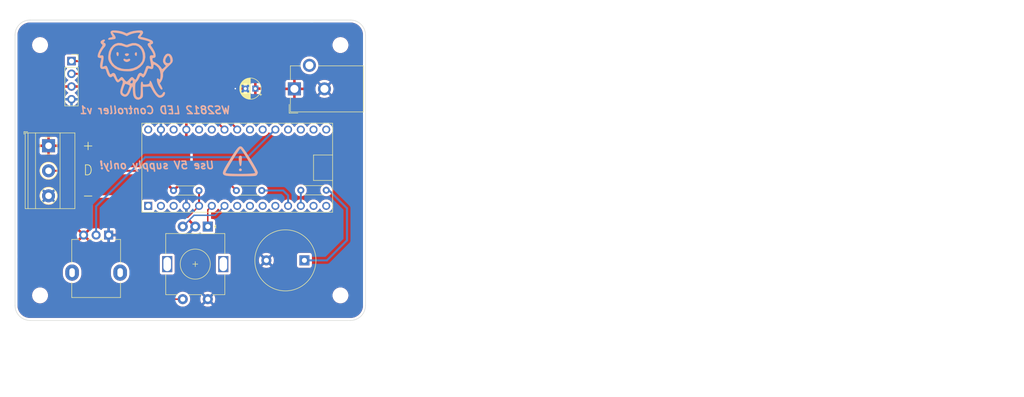
<source format=kicad_pcb>
(kicad_pcb (version 20211014) (generator pcbnew)
  (title_block (title "WS2812 LED Controller") (date "2022-12-25") (rev "A") (company "Zhangshun Lu") (comment 1 "Based on Arduino Nano"))
  (layers (0 "F.Cu" signal) (31 "B.Cu" signal) (34 "B.Paste" user) (35 "F.Paste" user) (36 "B.SilkS" user "B.Silkscreen") (37 "F.SilkS" user "F.Silkscreen") (38 "B.Mask" user) (39 "F.Mask" user) (44 "Edge.Cuts" user))
  (net 0 "")
  (net 1 "Net-(R2-Pad2)")
  (net 2 "GND")
  (net 3 "+5V")
  (net 4 "Net-(J1-Pad2)")
  (net 6 "/SDA")
  (net 7 "/SCL")
  (net 11 "/ROT_BTN")
  (net 12 "/ROT_A")
  (net 13 "/ROT_B")
  (net 18 "/LED_DAT_IN")
  (net 19 "/BUZZER+")
  (net 26 "/VOL")
  (footprint "MountingHole:MountingHole_2.2mm_M2" (layer "F.Cu") (at 131 118.8)
    (fp_text reference "REF**" hide)
    (fp_text value "MountingHole_2.2mm_M2" hide)
    (pad "" np_thru_hole circle (at 0 0) (size 2.2 2.2) (drill 2.2) (layers F&B.Cu *.Mask))
  )
  (footprint "MountingHole:MountingHole_2.2mm_M2" (layer "F.Cu") (at 131 68.8)
    (fp_text reference "REF**" hide)
    (fp_text value "MountingHole_2.2mm_M2" hide)
    (pad "" np_thru_hole circle (at 0 0) (size 2.2 2.2) (drill 2.2) (layers F&B.Cu *.Mask))
  )
  (footprint "MountingHole:MountingHole_2.2mm_M2" (layer "F.Cu") (at 71 118.8)
    (fp_text reference "REF**" hide)
    (fp_text value "MountingHole_2.2mm_M2" hide)
    (pad "" np_thru_hole circle (at 0 0) (size 2.2 2.2) (drill 2.2) (layers F&B.Cu *.Mask))
  )
  (footprint "Potentiometer_THT:Potentiometer_Alpha_RD901F-40-00D_Single_Vertical" (layer "F.Cu") (at 84.7 106.75 -90)
    (fp_text reference "RV1" hide)
    (fp_text value "Volume_Trimmer" hide)
    (fp_line (start 0.88 7.37) (end 0.88 5.88) (layer "F.SilkS") (width 0.12))
    (fp_line (start 0.88 -2.38) (end 5.6 -2.38) (layer "F.SilkS") (width 0.12))
    (fp_line (start 9.41 7.37) (end 12.47 7.37) (layer "F.SilkS") (width 0.12))
    (fp_line (start 12.47 7.37) (end 12.47 -2.37) (layer "F.SilkS") (width 0.12))
    (fp_line (start 0.88 1.71) (end 0.88 1.18) (layer "F.SilkS") (width 0.12))
    (fp_line (start 9.41 -2.37) (end 12.47 -2.37) (layer "F.SilkS") (width 0.12))
    (fp_line (start 0.88 -1.19) (end 0.88 -2.37) (layer "F.SilkS") (width 0.12))
    (fp_line (start 0.88 7.37) (end 5.6 7.37) (layer "F.SilkS") (width 0.12))
    (fp_line (start 0.88 4.16) (end 0.88 3.33) (layer "F.SilkS") (width 0.12))
    (pad "" thru_hole oval (at 7.5 -2.3) (size 2.72 3.24) (drill oval 1.1 1.8) (layers *.Cu *.Mask))
    (pad "" thru_hole oval (at 7.5 7.3) (size 2.72 3.24) (drill oval 1.1 1.8) (layers *.Cu *.Mask))
    (pad "1" thru_hole rect (at 0 0) (size 1.8 1.8) (drill 1) (layers *.Cu *.Mask) (net 2 "GND"))
    (pad "2" thru_hole circle (at 0 2.5) (size 1.8 1.8) (drill 1) (layers *.Cu *.Mask) (net 26 "/VOL"))
    (pad "3" thru_hole circle (at 0 5) (size 1.8 1.8) (drill 1) (layers *.Cu *.Mask) (net 3 "+5V"))
  )
  (footprint "Buzzer_Beeper:Buzzer_12x9.5RM7.6" (layer "F.Cu") (at 123.8 111.8 180)
    (fp_text reference "BZ1" hide)
    (fp_text value "Buzzer" hide)
    (fp_circle (center 3.8 0) (end 9.9 0) (layer "F.SilkS") (width 0.12) (fill none))
    (pad "1" thru_hole rect (at 0 0 180) (size 2 2) (drill 1) (layers *.Cu *.Mask) (net 1 "Net-(R2-Pad2)"))
    (pad "2" thru_hole circle (at 7.6 0 180) (size 2 2) (drill 1) (layers *.Cu *.Mask) (net 2 "GND"))
  )
  (footprint "Capacitor_THT:CP_Radial_D4.0mm_P2.00mm" (layer "F.Cu") (at 114 77.5 180)
    (fp_text reference "C1" hide)
    (fp_text value "470uF" hide)
    (fp_line (start 1.64 0.84) (end 1.64 1.982) (layer "F.SilkS") (width 0.12))
    (fp_line (start 2.841 -1.013) (end 2.841 1.013) (layer "F.SilkS") (width 0.12))
    (fp_line (start 2.481 0.84) (end 2.481 1.478) (layer "F.SilkS") (width 0.12))
    (fp_line (start 1.24 -2.067) (end 1.24 -0.84) (layer "F.SilkS") (width 0.12))
    (fp_line (start 1.32 0.84) (end 1.32 2.056) (layer "F.SilkS") (width 0.12))
    (fp_line (start 2.121 -1.76) (end 2.121 -0.84) (layer "F.SilkS") (width 0.12))
    (fp_line (start 1.2 -2.071) (end 1.2 -0.84) (layer "F.SilkS") (width 0.12))
    (fp_line (start 2.681 0.84) (end 2.681 1.254) (layer "F.SilkS") (width 0.12))
    (fp_line (start -1.269801 -1.195) (end -0.869801 -1.195) (layer "F.SilkS") (width 0.12))
    (fp_line (start 2.561 -1.396) (end 2.561 -0.84) (layer "F.SilkS") (width 0.12))
    (fp_line (start 1.52 0.84) (end 1.52 2.016) (layer "F.SilkS") (width 0.12))
    (fp_line (start 2.081 0.84) (end 2.081 1.785) (layer "F.SilkS") (width 0.12))
    (fp_line (start 2.801 0.84) (end 2.801 1.08) (layer "F.SilkS") (width 0.12))
    (fp_line (start 1.4 -2.042) (end 1.4 -0.84) (layer "F.SilkS") (width 0.12))
    (fp_line (start 1.921 -1.87) (end 1.921 -0.84) (layer "F.SilkS") (width 0.12))
    (fp_line (start 2.121 0.84) (end 2.121 1.76) (layer "F.SilkS") (width 0.12))
    (fp_line (start 1.881 -1.889) (end 1.881 -0.84) (layer "F.SilkS") (width 0.12))
    (fp_line (start 1.56 0.84) (end 1.56 2.005) (layer "F.SilkS") (width 0.12))
    (fp_line (start 1.961 0.84) (end 1.961 1.851) (layer "F.SilkS") (width 0.12))
    (fp_line (start 2.041 -1.808) (end 2.041 -0.84) (layer "F.SilkS") (width 0.12))
    (fp_line (start 1.721 -1.954) (end 1.721 -0.84) (layer "F.SilkS") (width 0.12))
    (fp_line (start 2.881 -0.94) (end 2.881 0.94) (layer "F.SilkS") (width 0.12))
    (fp_line (start 1.28 0.84) (end 1.28 2.062) (layer "F.SilkS") (width 0.12))
    (fp_line (start 1.881 0.84) (end 1.881 1.889) (layer "F.SilkS") (width 0.12))
    (fp_line (start 1.44 0.84) (end 1.44 2.034) (layer "F.SilkS") (width 0.12))
    (fp_line (start 2.081 -1.785) (end 2.081 -0.84) (layer "F.SilkS") (width 0.12))
    (fp_line (start 1.761 0.84) (end 1.761 1.94) (layer "F.SilkS") (width 0.12))
    (fp_line (start 1.24 0.84) (end 1.24 2.067) (layer "F.SilkS") (width 0.12))
    (fp_line (start 2.361 -1.587) (end 2.361 -0.84) (layer "F.SilkS") (width 0.12))
    (fp_line (start 1.32 -2.056) (end 1.32 -0.84) (layer "F.SilkS") (width 0.12))
    (fp_line (start 1.16 -2.074) (end 1.16 2.074) (layer "F.SilkS") (width 0.12))
    (fp_line (start 1.921 0.84) (end 1.921 1.87) (layer "F.SilkS") (width 0.12))
    (fp_line (start 2.441 -1.516) (end 2.441 -0.84) (layer "F.SilkS") (width 0.12))
    (fp_line (start 1.961 -1.851) (end 1.961 -0.84) (layer "F.SilkS") (width 0.12))
    (fp_line (start 1.12 -2.077) (end 1.12 2.077) (layer "F.SilkS") (width 0.12))
    (fp_line (start 2.641 0.84) (end 2.641 1.304) (layer "F.SilkS") (width 0.12))
    (fp_line (start 2.801 -1.08) (end 2.801 -0.84) (layer "F.SilkS") (width 0.12))
    (fp_line (start 1.68 0.84) (end 1.68 1.968) (layer "F.SilkS") (width 0.12))
    (fp_line (start 1.841 -1.907) (end 1.841 -0.84) (layer "F.SilkS") (width 0.12))
    (fp_line (start 2.321 0.84) (end 2.321 1.619) (layer "F.SilkS") (width 0.12))
    (fp_line (start 2.361 0.84) (end 2.361 1.587) (layer "F.SilkS") (width 0.12))
    (fp_line (start 2.921 -0.859) (end 2.921 0.859) (layer "F.SilkS") (width 0.12))
    (fp_line (start 1.64 -1.982) (end 1.64 -0.84) (layer "F.SilkS") (width 0.12))
    (fp_line (start 2.641 -1.304) (end 2.641 -0.84) (layer "F.SilkS") (width 0.12))
    (fp_line (start 1.48 -2.025) (end 1.48 -0.84) (layer "F.SilkS") (width 0.12))
    (fp_line (start 1.48 0.84) (end 1.48 2.025) (layer "F.SilkS") (width 0.12))
    (fp_line (start 1.721 0.84) (end 1.721 1.954) (layer "F.SilkS") (width 0.12))
    (fp_line (start 2.521 -1.438) (end 2.521 -0.84) (layer "F.SilkS") (width 0.12))
    (fp_line (start 2.681 -1.254) (end 2.681 -0.84) (layer "F.SilkS") (width 0.12))
    (fp_line (start 2.241 -1.68) (end 2.241 -0.84) (layer "F.SilkS") (width 0.12))
    (fp_line (start 1.36 -2.05) (end 1.36 -0.84) (layer "F.SilkS") (width 0.12))
    (fp_line (start 2.001 -1.83) (end 2.001 -0.84) (layer "F.SilkS") (width 0.12))
    (fp_line (start 1.2 0.84) (end 1.2 2.071) (layer "F.SilkS") (width 0.12))
    (fp_line (start 1.4 0.84) (end 1.4 2.042) (layer "F.SilkS") (width 0.12))
    (fp_line (start 1.52 -2.016) (end 1.52 -0.84) (layer "F.SilkS") (width 0.12))
    (fp_line (start 2.721 -1.2) (end 2.721 -0.84) (layer "F.SilkS") (width 0.12))
    (fp_line (start 1.6 0.84) (end 1.6 1.994) (layer "F.SilkS") (width 0.12))
    (fp_line (start 2.281 -1.65) (end 2.281 -0.84) (layer "F.SilkS") (width 0.12))
    (fp_line (start 2.721 0.84) (end 2.721 1.2) (layer "F.SilkS") (width 0.12))
    (fp_line (start 1 -2.08) (end 1 2.08) (layer "F.SilkS") (width 0.12))
    (fp_line (start 2.601 0.84) (end 2.601 1.351) (layer "F.SilkS") (width 0.12))
    (fp_line (start 1.56 -2.005) (end 1.56 -0.84) (layer "F.SilkS") (width 0.12))
    (fp_line (start 2.441 0.84) (end 2.441 1.516) (layer "F.SilkS") (width 0.12))
    (fp_line (start 2.001 0.84) (end 2.001 1.83) (layer "F.SilkS") (width 0.12))
    (fp_line (start 2.281 0.84) (end 2.281 1.65) (layer "F.SilkS") (width 0.12))
    (fp_line (start 2.201 -1.708) (end 2.201 -0.84) (layer "F.SilkS") (width 0.12))
    (fp_line (start 2.761 0.84) (end 2.761 1.142) (layer "F.SilkS") (width 0.12))
    (fp_line (start 1.68 -1.968) (end 1.68 -0.84) (layer "F.SilkS") (width 0.12))
    (fp_line (start 2.241 0.84) (end 2.241 1.68) (layer "F.SilkS") (width 0.12))
    (fp_line (start 1.36 0.84) (end 1.36 2.05) (layer "F.SilkS") (width 0.12))
    (fp_line (start 2.961 -0.768) (end 2.961 0.768) (layer "F.SilkS") (width 0.12))
    (fp_line (start 2.321 -1.619) (end 2.321 -0.84) (layer "F.SilkS") (width 0.12))
    (fp_line (start 1.761 -1.94) (end 1.761 -0.84) (layer "F.SilkS") (width 0.12))
    (fp_line (start 2.041 0.84) (end 2.041 1.808) (layer "F.SilkS") (width 0.12))
    (fp_line (start 3.041 -0.537) (end 3.041 0.537) (layer "F.SilkS") (width 0.12))
    (fp_line (start 2.521 0.84) (end 2.521 1.438) (layer "F.SilkS") (width 0.12))
    (fp_line (start 1.841 0.84) (end 1.841 1.907) (layer "F.SilkS") (width 0.12))
    (fp_line (start 1.801 -1.924) (end 1.801 -0.84) (layer "F.SilkS") (width 0.12))
    (fp_line (start 1.801 0.84) (end 1.801 1.924) (layer "F.SilkS") (width 0.12))
    (fp_line (start 1.6 -1.994) (end 1.6 -0.84) (layer "F.SilkS") (width 0.12))
    (fp_line (start 2.201 0.84) (end 2.201 1.708) (layer "F.SilkS") (width 0.12))
    (fp_line (start 2.161 -1.735) (end 2.161 -0.84) (layer "F.SilkS") (width 0.12))
    (fp_line (start 2.761 -1.142) (end 2.761 -0.84) (layer "F.SilkS") (width 0.12))
    (fp_line (start 1.44 -2.034) (end 1.44 -0.84) (layer "F.SilkS") (width 0.12))
    (fp_line (start 2.601 -1.351) (end 2.601 -0.84) (layer "F.SilkS") (width 0.12))
    (fp_line (start 1.28 -2.062) (end 1.28 -0.84) (layer "F.SilkS") (width 0.12))
    (fp_line (start -1.069801 -1.395) (end -1.069801 -0.995) (layer "F.SilkS") (width 0.12))
    (fp_line (start 2.481 -1.478) (end 2.481 -0.84) (layer "F.SilkS") (width 0.12))
    (fp_line (start 3.001 -0.664) (end 3.001 0.664) (layer "F.SilkS") (width 0.12))
    (fp_line (start 2.161 0.84) (end 2.161 1.735) (layer "F.SilkS") (width 0.12))
    (fp_line (start 1.08 -2.079) (end 1.08 2.079) (layer "F.SilkS") (width 0.12))
    (fp_line (start 3.081 -0.37) (end 3.081 0.37) (layer "F.SilkS") (width 0.12))
    (fp_line (start 1.04 -2.08) (end 1.04 2.08) (layer "F.SilkS") (width 0.12))
    (fp_line (start 2.561 0.84) (end 2.561 1.396) (layer "F.SilkS") (width 0.12))
    (fp_line (start 2.401 -1.552) (end 2.401 -0.84) (layer "F.SilkS") (width 0.12))
    (fp_line (start 2.401 0.84) (end 2.401 1.552) (layer "F.SilkS") (width 0.12))
    (fp_circle (center 1 0) (end 3.12 0) (layer "F.SilkS") (width 0.12) (fill none))
    (pad "1" thru_hole rect (at 0 0 180) (size 1.2 1.2) (drill 0.6) (layers *.Cu *.Mask) (net 3 "+5V"))
    (pad "2" thru_hole circle (at 2 0 180) (size 1.2 1.2) (drill 0.6) (layers *.Cu *.Mask) (net 2 "GND"))
  )
  (footprint "Resistor_THT:R_Axial_DIN0204_L3.6mm_D1.6mm_P5.08mm_Horizontal" (layer "F.Cu") (at 123.08 97.8)
    (fp_text reference "R2" hide)
    (fp_text value "220R" hide)
    (fp_line (start 0.62 0.92) (end 4.46 0.92) (layer "F.SilkS") (width 0.12))
    (fp_line (start 0.62 -0.92) (end 4.46 -0.92) (layer "F.SilkS") (width 0.12))
    (pad "1" thru_hole circle (at 0 0) (size 1.4 1.4) (drill 0.7) (layers *.Cu *.Mask) (net 19 "/BUZZER+"))
    (pad "2" thru_hole oval (at 5.08 0) (size 1.4 1.4) (drill 0.7) (layers *.Cu *.Mask) (net 1 "Net-(R2-Pad2)"))
  )
  (footprint "Resistor_THT:R_Axial_DIN0204_L3.6mm_D1.6mm_P5.08mm_Horizontal" (layer "F.Cu") (at 97.66 97.85)
    (fp_text reference "R3" hide)
    (fp_text value "10K" hide)
    (fp_line (start 0.62 0.92) (end 4.46 0.92) (layer "F.SilkS") (width 0.12))
    (fp_line (start 0.62 -0.92) (end 4.46 -0.92) (layer "F.SilkS") (width 0.12))
    (pad "1" thru_hole circle (at 0 0) (size 1.4 1.4) (drill 0.7) (layers *.Cu *.Mask) (net 3 "+5V"))
    (pad "2" thru_hole oval (at 5.08 0) (size 1.4 1.4) (drill 0.7) (layers *.Cu *.Mask) (net 11 "/ROT_BTN"))
  )
  (footprint "TerminalBlock_Phoenix:TerminalBlock_Phoenix_MKDS-1,5-3_1x03_P5.00mm_Horizontal" (layer "F.Cu") (at 72.695 88.91 -90)
    (fp_text reference "J1" hide)
    (fp_text value "Conn_LED" hide)
    (fp_line (start 6.07 -1.275) (end 6.035 -1.239) (layer "F.SilkS") (width 0.12))
    (fp_line (start 3.773 1.023) (end 3.726 1.069) (layer "F.SilkS") (width 0.12))
    (fp_line (start -2.56 -5.261) (end -2.56 4.66) (layer "F.SilkS") (width 0.12))
    (fp_line (start -2.56 4.1) (end 12.56 4.1) (layer "F.SilkS") (width 0.12))
    (fp_line (start 11.275 -1.069) (end 11.228 -1.023) (layer "F.SilkS") (width 0.12))
    (fp_line (start 3.966 1.239) (end 3.931 1.274) (layer "F.SilkS") (width 0.12))
    (fp_line (start 6.275 -1.069) (end 6.228 -1.023) (layer "F.SilkS") (width 0.12))
    (fp_line (start 11.07 -1.275) (end 11.035 -1.239) (layer "F.SilkS") (width 0.12))
    (fp_line (start 12.56 -5.261) (end 12.56 4.66) (layer "F.SilkS") (width 0.12))
    (fp_line (start -2.8 4.16) (end -2.8 4.9) (layer "F.SilkS") (width 0.12))
    (fp_line (start -2.56 4.66) (end 12.56 4.66) (layer "F.SilkS") (width 0.12))
    (fp_line (start -2.56 2.6) (end 12.56 2.6) (layer "F.SilkS") (width 0.12))
    (fp_line (start 8.773 1.023) (end 8.726 1.069) (layer "F.SilkS") (width 0.12))
    (fp_line (start -2.56 -2.301) (end 12.56 -2.301) (layer "F.SilkS") (width 0.12))
    (fp_line (start -2.56 -5.261) (end 12.56 -5.261) (layer "F.SilkS") (width 0.12))
    (fp_line (start 8.966 1.239) (end 8.931 1.274) (layer "F.SilkS") (width 0.12))
    (fp_line (start -2.8 4.9) (end -2.3 4.9) (layer "F.SilkS") (width 0.12))
    (fp_arc (start -0.683042 -1.535427) (mid 0.000524 -1.680501) (end 0.684 -1.535) (layer "F.SilkS") (width 0.12))
    (fp_arc (start 0.028805 1.680253) (mid -0.335551 1.646659) (end -0.684 1.535) (layer "F.SilkS") (width 0.12))
    (fp_arc (start 0.683318 1.534756) (mid 0.349292 1.643288) (end 0 1.68) (layer "F.SilkS") (width 0.12))
    (fp_arc (start 1.535427 -0.683042) (mid 1.680501 0.000524) (end 1.535 0.684) (layer "F.SilkS") (width 0.12))
    (fp_arc (start -1.535427 0.683042) (mid -1.680501 -0.000524) (end -1.535 -0.684) (layer "F.SilkS") (width 0.12))
    (fp_circle (center 5 0) (end 6.68 0) (layer "F.SilkS") (width 0.12) (fill none))
    (fp_circle (center 10 0) (end 11.68 0) (layer "F.SilkS") (width 0.12) (fill none))
    (pad "1" thru_hole rect (at 0 0 270) (size 2.6 2.6) (drill 1.3) (layers *.Cu *.Mask) (net 3 "+5V"))
    (pad "2" thru_hole circle (at 5 0 270) (size 2.6 2.6) (drill 1.3) (layers *.Cu *.Mask) (net 4 "Net-(J1-Pad2)"))
    (pad "3" thru_hole circle (at 10 0 270) (size 2.6 2.6) (drill 1.3) (layers *.Cu *.Mask) (net 2 "GND"))
  )
  (footprint "Rotary_Encoder:RotaryEncoder_Alps_EC11E-Switch_Vertical_H20mm" (layer "F.Cu") (at 104.5 105.05 -90)
    (fp_text reference "SW1" hide)
    (fp_text value "RotaryEncoder_Switch" hide)
    (fp_line (start 5.5 8.4) (end 1.4 8.4) (layer "F.SilkS") (width 0.12))
    (fp_line (start 7 2.5) (end 8 2.5) (layer "F.SilkS") (width 0.12))
    (fp_line (start 13.6 6) (end 13.6 8.4) (layer "F.SilkS") (width 0.12))
    (fp_line (start -0.3 -1.6) (end 0.3 -1.6) (layer "F.SilkS") (width 0.12))
    (fp_line (start 7.5 2) (end 7.5 3) (layer "F.SilkS") (width 0.12))
    (fp_line (start 13.6 8.4) (end 9.5 8.4) (layer "F.SilkS") (width 0.12))
    (fp_line (start 0.3 -1.6) (end 0 -1.3) (layer "F.SilkS") (width 0.12))
    (fp_line (start 13.6 -3.4) (end 13.6 -1) (layer "F.SilkS") (width 0.12))
    (fp_line (start 5.5 -3.4) (end 1.4 -3.4) (layer "F.SilkS") (width 0.12))
    (fp_line (start 0 -1.3) (end -0.3 -1.6) (layer "F.SilkS") (width 0.12))
    (fp_line (start 13.6 1.2) (end 13.6 3.8) (layer "F.SilkS") (width 0.12))
    (fp_line (start 1.4 -3.4) (end 1.4 8.4) (layer "F.SilkS") (width 0.12))
    (fp_line (start 9.5 -3.4) (end 13.6 -3.4) (layer "F.SilkS") (width 0.12))
    (fp_circle (center 7.5 2.5) (end 10.5 2.5) (layer "F.SilkS") (width 0.12) (fill none))
    (pad "A" thru_hole rect (at 0 0 270) (size 2 2) (drill 1) (layers *.Cu *.Mask) (net 12 "/ROT_A"))
    (pad "B" thru_hole circle (at 0 5 270) (size 2 2) (drill 1) (layers *.Cu *.Mask) (net 13 "/ROT_B"))
    (pad "C" thru_hole circle (at 0 2.5 270) (size 2 2) (drill 1) (layers *.Cu *.Mask) (net 2 "GND"))
    (pad "MP" thru_hole rect (at 7.5 8.1 270) (size 3.2 2) (drill oval 2.8 1.5) (layers *.Cu *.Mask))
    (pad "MP" thru_hole rect (at 7.5 -3.1 270) (size 3.2 2) (drill oval 2.8 1.5) (layers *.Cu *.Mask))
    (pad "S1" thru_hole circle (at 14.5 5 270) (size 2 2) (drill 1) (layers *.Cu *.Mask) (net 11 "/ROT_BTN"))
    (pad "S2" thru_hole circle (at 14.5 0 270) (size 2 2) (drill 1) (layers *.Cu *.Mask) (net 2 "GND"))
  )
  (footprint "MountingHole:MountingHole_2.2mm_M2" (layer "F.Cu") (at 71 68.8)
    (fp_text reference "REF**" hide)
    (fp_text value "MountingHole_2.2mm_M2" hide)
    (pad "" np_thru_hole circle (at 0 0) (size 2.2 2.2) (drill 2.2) (layers *.Cu *.Mask))
  )
  (footprint "Connector_BarrelJack:BarrelJack_CUI_PJ-102AH_Horizontal" (layer "F.Cu") (at 121.8 77.55 90)
    (fp_text reference "J2" hide)
    (fp_text value "PJ-102A" hide)
    (fp_line (start 4.6 13.8) (end -4.6 13.8) (layer "F.SilkS") (width 0.12))
    (fp_line (start 4.6 -0.8) (end 4.6 1.2) (layer "F.SilkS") (width 0.12))
    (fp_line (start -4.6 13.8) (end -4.6 -0.8) (layer "F.SilkS") (width 0.12))
    (fp_line (start 4.6 4.8) (end 4.6 13.8) (layer "F.SilkS") (width 0.12))
    (fp_line (start -4.84 -1.04) (end -3.1 -1.04) (layer "F.SilkS") (width 0.12))
    (fp_line (start -4.84 0.7) (end -4.84 -1.04) (layer "F.SilkS") (width 0.12))
    (fp_line (start -4.6 -0.8) (end -1.8 -0.8) (layer "F.SilkS") (width 0.12))
    (fp_line (start 1.8 -0.8) (end 4.6 -0.8) (layer "F.SilkS") (width 0.12))
    (pad "1" thru_hole rect (at 0 0 90) (size 2.6 2.6) (drill 1.6) (layers *.Cu *.Mask) (net 3 "+5V"))
    (pad "2" thru_hole circle (at 0 6 90) (size 2.6 2.6) (drill 1.6) (layers *.Cu *.Mask) (net 2 "GND"))
    (pad "3" thru_hole circle (at 4.7 3 90) (size 2.6 2.6) (drill 1.6) (layers *.Cu *.Mask))
  )
  (footprint "Resistor_THT:R_Axial_DIN0204_L3.6mm_D1.6mm_P5.08mm_Horizontal" (layer "F.Cu") (at 115.29 97.85 180)
    (fp_text reference "R1" hide)
    (fp_text value "220R" hide)
    (fp_line (start 0.62 0.92) (end 4.46 0.92) (layer "F.SilkS") (width 0.12))
    (fp_line (start 0.62 -0.92) (end 4.46 -0.92) (layer "F.SilkS") (width 0.12))
    (pad "1" thru_hole circle (at 0 0 180) (size 1.4 1.4) (drill 0.7) (layers *.Cu *.Mask) (net 18 "/LED_DAT_IN"))
    (pad "2" thru_hole oval (at 5.08 0 180) (size 1.4 1.4) (drill 0.7) (layers *.Cu *.Mask) (net 4 "Net-(J1-Pad2)"))
  )
  (footprint "Connector_PinSocket_2.54mm:PinSocket_1x04_P2.54mm_Vertical" (layer "F.Cu") (at 77.28 72)
    (fp_text reference "J3" hide)
    (fp_text value "Socket_OLED" hide)
    (fp_line (start 1.33 1.27) (end 1.33 8.95) (layer "F.SilkS") (width 0.12))
    (fp_line (start -1.33 8.95) (end 1.33 8.95) (layer "F.SilkS") (width 0.12))
    (fp_line (start 0 -1.33) (end 1.33 -1.33) (layer "F.SilkS") (width 0.12))
    (fp_line (start -1.33 1.27) (end 1.33 1.27) (layer "F.SilkS") (width 0.12))
    (fp_line (start 1.33 -1.33) (end 1.33 0) (layer "F.SilkS") (width 0.12))
    (fp_line (start -1.33 1.27) (end -1.33 8.95) (layer "F.SilkS") (width 0.12))
    (pad "1" thru_hole rect (at 0 0) (size 1.7 1.7) (drill 1) (layers *.Cu *.Mask) (net 6 "/SDA"))
    (pad "2" thru_hole oval (at 0 2.54) (size 1.7 1.7) (drill 1) (layers *.Cu *.Mask) (net 7 "/SCL"))
    (pad "3" thru_hole oval (at 0 5.08) (size 1.7 1.7) (drill 1) (layers *.Cu *.Mask) (net 3 "+5V"))
    (pad "4" thru_hole oval (at 0 7.62) (size 1.7 1.7) (drill 1) (layers *.Cu *.Mask) (net 2 "GND"))
  )
  (footprint "User:Arduino_Nano_Socket" (layer "F.Cu") (at 92.6 100.92 90)
    (fp_text reference "P1" hide)
    (fp_text value "Arduino_Nano_Socket" hide)
    (fp_line (start 10.16 33.02) (end 10.16 36.83) (layer "F.SilkS") (width 0.12))
    (fp_line (start 5.08 33.02) (end 10.16 33.02) (layer "F.SilkS") (width 0.12))
    (fp_line (start -1.27 36.83) (end 16.51 36.83) (layer "F.SilkS") (width 0.12))
    (fp_line (start 16.51 -1.27) (end -1.27 -1.27) (layer "F.SilkS") (width 0.12))
    (fp_line (start -1.27 -1.27) (end -1.27 36.83) (layer "F.SilkS") (width 0.12))
    (fp_line (start 5.08 36.83) (end 5.08 33.02) (layer "F.SilkS") (width 0.12))
    (fp_line (start 16.51 36.83) (end 16.51 -1.27) (layer "F.SilkS") (width 0.12))
    (pad "1" thru_hole rect (at 0 0 90) (size 1.6 1.6) (drill 1) (layers *.Cu *.Mask))
    (pad "2" thru_hole oval (at 0 2.54 90) (size 1.6 1.6) (drill 1) (layers *.Cu *.Mask))
    (pad "3" thru_hole oval (at 0 5.08 90) (size 1.6 1.6) (drill 1) (layers *.Cu *.Mask))
    (pad "4" thru_hole oval (at 0 7.62 90) (size 1.6 1.6) (drill 1) (layers *.Cu *.Mask) (net 2 "GND"))
    (pad "5" thru_hole oval (at 0 10.16 90) (size 1.6 1.6) (drill 1) (layers *.Cu *.Mask) (net 11 "/ROT_BTN"))
    (pad "6" thru_hole oval (at 0 12.7 90) (size 1.6 1.6) (drill 1) (layers *.Cu *.Mask) (net 12 "/ROT_A"))
    (pad "7" thru_hole oval (at 0 15.24 90) (size 1.6 1.6) (drill 1) (layers *.Cu *.Mask) (net 13 "/ROT_B"))
    (pad "8" thru_hole oval (at 0 17.78 90) (size 1.6 1.6) (drill 1) (layers *.Cu *.Mask))
    (pad "9" thru_hole oval (at 0 20.32 90) (size 1.6 1.6) (drill 1) (layers *.Cu *.Mask))
    (pad "10" thru_hole oval (at 0 22.86 90) (size 1.6 1.6) (drill 1) (layers *.Cu *.Mask))
    (pad "11" thru_hole oval (at 0 25.4 90) (size 1.6 1.6) (drill 1) (layers *.Cu *.Mask))
    (pad "12" thru_hole oval (at 0 27.94 90) (size 1.6 1.6) (drill 1) (layers *.Cu *.Mask) (net 18 "/LED_DAT_IN"))
    (pad "13" thru_hole oval (at 0 30.48 90) (size 1.6 1.6) (drill 1) (layers *.Cu *.Mask) (net 19 "/BUZZER+"))
    (pad "14" thru_hole oval (at 0 33.02 90) (size 1.6 1.6) (drill 1) (layers *.Cu *.Mask))
    (pad "15" thru_hole oval (at 0 35.56 90) (size 1.6 1.6) (drill 1) (layers *.Cu *.Mask))
    (pad "16" thru_hole oval (at 15.24 35.56 90) (size 1.6 1.6) (drill 1) (layers *.Cu *.Mask))
    (pad "17" thru_hole oval (at 15.24 33.02 90) (size 1.6 1.6) (drill 1) (layers *.Cu *.Mask))
    (pad "18" thru_hole oval (at 15.24 30.48 90) (size 1.6 1.6) (drill 1) (layers *.Cu *.Mask))
    (pad "19" thru_hole oval (at 15.24 27.94 90) (size 1.6 1.6) (drill 1) (layers *.Cu *.Mask))
    (pad "20" thru_hole oval (at 15.24 25.4 90) (size 1.6 1.6) (drill 1) (layers *.Cu *.Mask) (net 26 "/VOL"))
    (pad "21" thru_hole oval (at 15.24 22.86 90) (size 1.6 1.6) (drill 1) (layers *.Cu *.Mask))
    (pad "22" thru_hole oval (at 15.24 20.32 90) (size 1.6 1.6) (drill 1) (layers *.Cu *.Mask))
    (pad "23" thru_hole oval (at 15.24 17.78 90) (size 1.6 1.6) (drill 1) (layers *.Cu *.Mask) (net 6 "/SDA"))
    (pad "24" thru_hole oval (at 15.24 15.24 90) (size 1.6 1.6) (drill 1) (layers *.Cu *.Mask) (net 7 "/SCL"))
    (pad "25" thru_hole oval (at 15.24 12.7 90) (size 1.6 1.6) (drill 1) (layers *.Cu *.Mask))
    (pad "26" thru_hole oval (at 15.24 10.16 90) (size 1.6 1.6) (drill 1) (layers *.Cu *.Mask))
    (pad "27" thru_hole oval (at 15.24 7.62 90) (size 1.6 1.6) (drill 1) (layers *.Cu *.Mask) (net 3 "+5V"))
    (pad "28" thru_hole oval (at 15.24 5.08 90) (size 1.6 1.6) (drill 1) (layers *.Cu *.Mask))
    (pad "29" thru_hole oval (at 15.24 2.54 90) (size 1.6 1.6) (drill 1) (layers *.Cu *.Mask) (net 2 "GND"))
    (pad "30" thru_hole oval (at 15.24 0 90) (size 1.6 1.6) (drill 1) (layers *.Cu *.Mask))
  )
  (footprint "LOGO" (layer "B.Cu") (at 111 92 180)
    (fp_text reference "G***" hide)
    (fp_text value "LOGO" hide)
    (fp_poly (pts (xy 0.114634 -1.453905) (xy 0.180248 -1.495306) (xy 0.300501 -1.713503) (xy 0.224463 -1.916665) (xy 0 -2.001971) (xy -0.225391 -1.914659) (xy -0.291983 -1.823434) (xy -0.277977 -1.595339) (xy -0.110384 -1.44989)) (layer "B.SilkS") (width 0) (fill solid))
    (fp_poly (pts (xy 0.283506 2.869227) (xy 0.526727 2.647114) (xy 0.823145 2.282287) (xy 1.191714 1.754894) (xy 1.651386 1.04508) (xy 2.068211 0.379638) (xy 2.637766 -0.53968) (xy 3.073314 -1.275319) (xy 3.362214 -1.847736) (xy 3.491824 -2.277391) (xy 3.449505 -2.584743) (xy 3.222615 -2.79025) (xy 2.798515 -2.914372) (xy 2.164563 -2.977567) (xy 1.308119 -3.000294) (xy 0.216542 -3.003013) (xy -0.02174 -3.002956) (xy -0.982904 -3.001659) (xy -1.724853 -2.996324) (xy -2.278612 -2.984782) (xy -2.675208 -2.964866) (xy -2.945664 -2.934407) (xy -3.121006 -2.891239) (xy -3.232259 -2.833192) (xy -3.296371 -2.774138) (xy -3.46236 -2.466635) (xy -3.487427 -2.32721) (xy -2.952937 -2.32721) (xy -2.809368 -2.388559) (xy -2.458917 -2.438334) (xy -1.944681 -2.476535) (xy -1.309755 -2.503161) (xy -0.597238 -2.518212) (xy 0.149775 -2.521689) (xy 0.888187 -2.513592) (xy 1.574901 -2.493921) (xy 2.166821 -2.462675) (xy 2.620851 -2.419855) (xy 2.893893 -2.36546) (xy 2.952938 -2.32721) (xy 2.90747 -2.180266) (xy 2.748854 -1.862319) (xy 2.500076 -1.410964) (xy 2.184123 -0.863798) (xy 1.82398 -0.258414) (xy 1.442635 0.36759) (xy 1.063074 0.97662) (xy 0.708284 1.531081) (xy 0.40125 1.993376) (xy 0.16496 2.325909) (xy 0.022399 2.491087) (xy 0 2.502463) (xy -0.106955 2.400111) (xy -0.315151 2.11812) (xy -0.6016 1.694085) (xy -0.943315 1.165602) (xy -1.317312 0.570266) (xy -1.700602 -0.054328) (xy -2.0702 -0.670584) (xy -2.403119 -1.240906) (xy -2.676372 -1.727699) (xy -2.866974 -2.093367) (xy -2.951937 -2.300316) (xy -2.952937 -2.32721) (xy -3.487427 -2.32721) (xy -3.503448 -2.238096) (xy -3.436671 -2.027411) (xy -3.252467 -1.649231) (xy -2.97502 -1.142383) (xy -2.628519 -0.545692) (xy -2.23715 0.102015) (xy -1.825099 0.761913) (xy -1.416553 1.395174) (xy -1.0357 1.962974) (xy -0.706725 2.426486) (xy -0.453816 2.746883) (xy -0.316486 2.877832) (xy -0.119148 2.964733) (xy 0.074532 2.968482)) (layer "B.SilkS") (width 0) (fill solid))
    (fp_poly (pts (xy 0.103151 1.101338) (xy 0.278054 0.952411) (xy 0.295222 0.907142) (xy 0.324345 0.628379) (xy 0.308583 0.233796) (xy 0.258706 -0.199974) (xy 0.185486 -0.596298) (xy 0.099695 -0.878545) (xy 0.031347 -0.970089) (xy -0.139255 -0.921919) (xy -0.177243 -0.854987) (xy -0.231289 -0.579888) (xy -0.276194 -0.176129) (xy -0.30633 0.267386) (xy -0.316066 0.661757) (xy -0.299774 0.918081) (xy -0.291464 0.948925) (xy -0.127378 1.103074)) (layer "B.SilkS") (width 0) (fill solid))
  )
  (footprint "LOGO" (layer "B.Cu") (at 90 72.8 180)
    (fp_text reference "G***" hide)
    (fp_text value "LOGO" hide)
    (fp_poly (pts (xy -0.14699 2.56506) (xy 0.033568 2.432105) (xy 0.094361 2.193611) (xy 0.017336 1.956089) (xy -0.034543 1.901609) (xy -0.208162 1.823118) (xy -0.275403 1.843304) (xy -0.331514 2.006469) (xy -0.352777 2.26248) (xy -0.318718 2.506785) (xy -0.194678 2.571184)) (layer "B.SilkS") (width 0) (fill solid))
    (fp_poly (pts (xy -0.741619 6.927953) (xy -0.425478 6.909622) (xy 0.341768 6.817205) (xy 0.983844 6.651143) (xy 1.125259 6.595769) (xy 1.71554 6.341837) (xy 2.265792 6.585239) (xy 2.733694 6.740913) (xy 3.303403 6.85753) (xy 3.886024 6.923541) (xy 4.392664 6.927395) (xy 4.632547 6.892776) (xy 4.878853 6.74353) (xy 4.928776 6.479162) (xy 4.781214 6.115618) (xy 4.695351 5.985491) (xy 4.554862 5.754679) (xy 4.569191 5.620983) (xy 4.76746 5.545379) (xy 5.055281 5.503219) (xy 5.310102 5.390255) (xy 5.390672 5.244666) (xy 5.394563 5.121512) (xy 5.31081 5.06585) (xy 5.088286 5.066025) (xy 4.758594 5.100573) (xy 4.374565 5.153976) (xy 4.086854 5.209143) (xy 3.98223 5.242708) (xy 3.884006 5.427864) (xy 3.965807 5.73117) (xy 4.194945 6.093227) (xy 4.509335 6.505413) (xy 3.713062 6.431055) (xy 3.147848 6.338611) (xy 2.579359 6.182297) (xy 2.291384 6.070379) (xy 1.66598 5.784059) (xy 1.122702 6.059101) (xy 0.672863 6.236135) (xy 0.138085 6.374077) (xy -0.388631 6.454818) (xy -0.814286 6.460251) (xy -0.883796 6.449805) (xy -0.995347 6.40278) (xy -0.976838 6.295574) (xy -0.814087 6.07796) (xy -0.760783 6.01416) (xy -0.552236 5.702252) (xy -0.53535 5.4666) (xy -0.722792 5.287892) (xy -1.127226 5.146816) (xy -1.364064 5.094295) (xy -1.945455 4.964417) (xy -2.427853 4.830231) (xy -2.770427 4.705036) (xy -2.932344 4.602135) (xy -2.939814 4.581004) (xy -2.842215 4.486607) (xy -2.704629 4.434446) (xy -2.508868 4.291565) (xy -2.493447 4.035035) (xy -2.654773 3.697771) (xy -2.806396 3.502471) (xy -3.037145 3.198864) (xy -3.27573 2.824688) (xy -3.482059 2.450782) (xy -3.61604 2.147987) (xy -3.64537 2.020065) (xy -3.548393 1.957615) (xy -3.373635 1.96604) (xy -3.08808 1.962137) (xy -2.932861 1.803925) (xy -2.901635 1.473997) (xy -2.988062 0.954944) (xy -2.994779 0.926169) (xy -3.087895 0.491917) (xy -3.152586 0.115427) (xy -3.173261 -0.092332) (xy -3.14576 -0.279747) (xy -3.018787 -0.274841) (xy -2.947545 -0.239323) (xy -2.582862 -0.121679) (xy -2.305606 -0.18599) (xy -2.168394 -0.382176) (xy -2.081773 -0.64082) (xy -1.948142 -1.017544) (xy -1.855083 -1.272024) (xy -1.719253 -1.620212) (xy -1.622656 -1.782261) (xy -1.527893 -1.794383) (xy -1.409402 -1.703547) (xy -1.101555 -1.53227) (xy -0.819749 -1.59146) (xy -0.57234 -1.877065) (xy -0.436401 -2.175463) (xy -0.262989 -2.609001) (xy -0.124249 -2.836787) (xy 0.00845 -2.879576) (xy 0.163743 -2.758121) (xy 0.240348 -2.66598) (xy 0.471585 -2.42958) (xy 0.680726 -2.379838) (xy 0.913065 -2.524318) (xy 1.175926 -2.822223) (xy 1.418914 -3.092452) (xy 1.627562 -3.262544) (xy 1.706967 -3.292593) (xy 1.870576 -3.203547) (xy 2.079243 -2.982445) (xy 2.132392 -2.910417) (xy 2.407873 -2.549346) (xy 2.618187 -2.383164) (xy 2.808739 -2.399187) (xy 3.024927 -2.584729) (xy 3.079392 -2.645834) (xy 3.275594 -2.846908) (xy 3.407787 -2.939175) (xy 3.413532 -2.939815) (xy 3.500843 -2.841325) (xy 3.631888 -2.591919) (xy 3.698286 -2.440047) (xy 3.843218 -2.096714) (xy 3.962836 -1.826665) (xy 3.992738 -1.763889) (xy 4.191692 -1.588826) (xy 4.465799 -1.565123) (xy 4.698995 -1.699418) (xy 4.844228 -1.838742) (xy 4.963582 -1.839716) (xy 5.080695 -1.677092) (xy 5.219208 -1.325622) (xy 5.312652 -1.043988) (xy 5.462906 -0.630938) (xy 5.610576 -0.313582) (xy 5.726687 -0.152982) (xy 5.738506 -0.146585) (xy 5.95394 -0.14761) (xy 6.196306 -0.22413) (xy 6.425266 -0.312608) (xy 6.533007 -0.326562) (xy 6.530215 -0.203039) (xy 6.492523 0.096153) (xy 6.427346 0.515334) (xy 6.397454 0.691396) (xy 6.31396 1.284064) (xy 6.311759 1.678326) (xy 6.398731 1.89921) (xy 6.582756 1.971744) (xy 6.79163 1.943242) (xy 6.992076 1.917139) (xy 7.024144 2.024295) (xy 6.993932 2.141469) (xy 6.833426 2.528412) (xy 6.587155 2.969432) (xy 6.315227 3.365096) (xy 6.127003 3.575544) (xy 5.93235 3.848979) (xy 5.884094 4.135214) (xy 5.982882 4.359767) (xy 6.119516 4.435675) (xy 6.282492 4.496699) (xy 6.263664 4.596986) (xy 6.157573 4.721426) (xy 6.024979 4.949128) (xy 6.080851 5.086152) (xy 6.287626 5.106804) (xy 6.571674 5.004672) (xy 6.857435 4.773968) (xy 6.926141 4.51209) (xy 6.772304 4.255537) (xy 6.693653 4.19314) (xy 6.567014 4.092746) (xy 6.529456 3.98773) (xy 6.593135 3.821156) (xy 6.770208 3.536092) (xy 6.864567 3.392722) (xy 7.157966 2.886342) (xy 7.368785 2.398872) (xy 7.483748 1.976214) (xy 7.489578 1.664269) (xy 7.40502 1.524167) (xy 7.145365 1.431965) (xy 6.97684 1.412911) (xy 6.810194 1.386459) (xy 6.771659 1.265047) (xy 6.820845 1.028935) (xy 6.978799 0.304082) (xy 7.021606 -0.227031) (xy 6.945454 -0.577828) (xy 6.746531 -0.761731) (xy 6.421025 -0.792165) (xy 6.30843 -0.775342) (xy 6.062527 -0.742818) (xy 5.924386 -0.800575) (xy 5.830331 -1.000947) (xy 5.765796 -1.2213) (xy 5.54542 -1.842054) (xy 5.295143 -2.248769) (xy 5.021631 -2.435432) (xy 4.731552 -2.396032) (xy 4.581718 -2.28908) (xy 4.462832 -2.207593) (xy 4.360686 -2.239778) (xy 4.236709 -2.420203) (xy 4.06962 -2.748047) (xy 3.821592 -3.191685) (xy 3.601282 -3.421508) (xy 3.379277 -3.45184) (xy 3.126159 -3.297005) (xy 3.062366 -3.238547) (xy 2.845462 -3.052314) (xy 2.70635 -3.022168) (xy 2.571386 -3.123456) (xy 2.490409 -3.232953) (xy 2.468979 -3.379218) (xy 2.514237 -3.614024) (xy 2.633323 -3.989145) (xy 2.72828 -4.261043) (xy 2.923169 -4.889566) (xy 2.994943 -5.358798) (xy 2.941133 -5.711329) (xy 2.759271 -5.989751) (xy 2.620947 -6.113382) (xy 2.210126 -6.325335) (xy 1.820185 -6.30923) (xy 1.462821 -6.072016) (xy 1.14973 -5.62064) (xy 0.940718 -5.11521) (xy 0.797936 -4.721731) (xy 0.667763 -4.423825) (xy 0.578801 -4.286467) (xy 0.521431 -4.356323) (xy 0.482505 -4.612682) (xy 0.469715 -4.961348) (xy 0.44932 -5.44034) (xy 0.397412 -5.895856) (xy 0.347552 -6.140746) (xy 0.126139 -6.587321) (xy -0.21213 -6.856167) (xy -0.620224 -6.932196) (xy -1.051114 -6.800318) (xy -1.25624 -6.655302) (xy -1.414864 -6.506824) (xy -1.509771 -6.356969) (xy -1.554594 -6.145832) (xy -1.562964 -5.813514) (xy -1.550614 -5.361783) (xy -1.516374 -4.350926) (xy -2.022307 -4.349321) (xy -2.401502 -4.333048) (xy -2.716474 -4.294589) (xy -2.774313 -4.28165) (xy -2.929343 -4.278582) (xy -3.071518 -4.390469) (xy -3.240787 -4.658182) (xy -3.353713 -4.874393) (xy -3.695367 -5.465717) (xy -4.064786 -5.963265) (xy -4.426374 -6.325534) (xy -4.744537 -6.511022) (xy -4.761287 -6.515577) (xy -5.141624 -6.505002) (xy -5.526219 -6.334183) (xy -5.817031 -6.05465) (xy -5.884681 -5.925139) (xy -5.981154 -5.62225) (xy -5.963586 -5.459728) (xy -5.823551 -5.367803) (xy -5.817068 -5.365291) (xy -5.635128 -5.402204) (xy -5.528716 -5.580745) (xy -5.328092 -5.878416) (xy -5.046372 -6.031702) (xy -4.821296 -6.021052) (xy -4.563887 -5.837135) (xy -4.266768 -5.477544) (xy -3.960833 -4.990941) (xy -3.676974 -4.42599) (xy -3.462448 -3.880556) (xy -3.292563 -3.461802) (xy -3.12859 -3.198148) (xy -2.991703 -3.106726) (xy -2.903078 -3.204667) (xy -2.881018 -3.410186) (xy -2.821674 -3.641854) (xy -2.620075 -3.784101) (xy -2.240866 -3.85472) (xy -1.969675 -3.868834) (xy -1.679698 -3.859144) (xy -1.555414 -3.779092) (xy -1.52871 -3.583749) (xy -1.528703 -3.577952) (xy -1.486002 -3.35482) (xy -1.336119 -3.313086) (xy -1.322916 -3.315458) (xy -1.236012 -3.35629) (xy -1.176892 -3.464626) (xy -1.139977 -3.679254) (xy -1.11969 -4.03896) (xy -1.11045 -4.582531) (xy -1.108905 -4.80336) (xy -1.098025 -5.470721) (xy -1.066498 -5.935996) (xy -1.002712 -6.232109) (xy -0.895055 -6.391985) (xy -0.731917 -6.44855) (xy -0.53211 -6.438868) (xy -0.302534 -6.32958) (xy -0.142187 -6.057046) (xy -0.044746 -5.600818) (xy -0.003886 -4.940449) (xy -0.001733 -4.724057) (xy -0.004743 -4.208589) (xy 1.114536 -4.208589) (xy 1.119171 -4.222259) (xy 1.191663 -4.430468) (xy 1.302933 -4.769716) (xy 1.373551 -4.99127) (xy 1.586527 -5.508772) (xy 1.825599 -5.800085) (xy 2.086468 -5.862445) (xy 2.364832 -5.69309) (xy 2.403238 -5.652633) (xy 2.504334 -5.522353) (xy 2.54258 -5.381199) (xy 2.514688 -5.168042) (xy 2.417368 -4.821749) (xy 2.346294 -4.5943) (xy 2.204437 -4.193212) (xy 2.071027 -3.898302) (xy 1.971921 -3.765457) (xy 1.961652 -3.762963) (xy 1.775905 -3.800343) (xy 1.483926 -3.8917) (xy 1.445771 -3.905295) (xy 1.169793 -4.049502) (xy 1.114536 -4.208589) (xy -0.004743 -4.208589) (xy -0.004762 -4.205382) (xy -0.02522 -3.862516) (xy -0.077195 -3.636107) (xy -0.174775 -3.466803) (xy -0.274219 -3.358329) (xy 0.470371 -3.358329) (xy 0.532527 -3.589656) (xy 0.685957 -3.645371) (xy 0.906004 -3.610174) (xy 0.973818 -3.573096) (xy 0.975206 -3.435224) (xy 0.869005 -3.234054) (xy 0.718467 -3.059459) (xy 0.586841 -3.001311) (xy 0.575101 -3.006561) (xy 0.49419 -3.161872) (xy 0.470371 -3.358329) (xy -0.274219 -3.358329) (xy -0.332047 -3.29525) (xy -0.343621 -3.283658) (xy -0.607944 -2.948433) (xy -0.805594 -2.576985) (xy -0.823111 -2.528352) (xy -0.95319 -2.220688) (xy -1.085529 -2.131068) (xy -1.250927 -2.244086) (xy -1.293518 -2.293056) (xy -1.494642 -2.442533) (xy -1.603627 -2.469445) (xy -1.785076 -2.363659) (xy -2.000694 -2.07667) (xy -2.222253 -1.654033) (xy -2.415738 -1.158775) (xy -2.532105 -0.835916) (xy -2.632502 -0.692632) (xy -2.771358 -0.684099) (xy -2.927857 -0.737038) (xy -3.305569 -0.815954) (xy -3.540791 -0.709054) (xy -3.640676 -0.411959) (xy -3.64537 -0.297673) (xy -3.663869 -0.007531) (xy -3.74881 0.095572) (xy -3.944356 0.027334) (xy -4.167724 -0.112016) (xy -4.640162 -0.559273) (xy -4.941628 -1.150356) (xy -5.05538 -1.85154) (xy -5.055879 -1.901262) (xy -5.04374 -2.304515) (xy -5.011887 -2.630091) (xy -4.983156 -2.758885) (xy -4.910426 -2.881655) (xy -4.796187 -2.841617) (xy -4.681995 -2.743781) (xy -4.481719 -2.629681) (xy -4.361548 -2.69901) (xy -4.319403 -2.914837) (xy -4.3532 -3.240236) (xy -4.460859 -3.638275) (xy -4.640297 -4.072028) (xy -4.770591 -4.315451) (xy -5.01949 -4.701066) (xy -5.208311 -4.888329) (xy -5.362744 -4.897875) (xy -5.43132 -4.846272) (xy -5.454902 -4.667078) (xy -5.315645 -4.332315) (xy -5.236896 -4.192015) (xy -4.923309 -3.65692) (xy -5.174396 -3.317306) (xy -5.419076 -2.855158) (xy -5.562843 -2.317474) (xy -5.57694 -1.818708) (xy -5.566536 -1.756524) (xy -5.572781 -1.563494) (xy -5.676045 -1.329544) (xy -5.894928 -1.031419) (xy -6.24803 -0.645858) (xy -6.753949 -0.149604) (xy -7.14375 0.215737) (xy -7.429151 0.557512) (xy -7.483513 0.752159) (xy -7.02027 0.752159) (xy -6.933854 0.524216) (xy -6.691745 0.391881) (xy -6.384266 0.4006) (xy -6.126247 0.540297) (xy -6.079961 0.59916) (xy -6.015977 0.903196) (xy -6.111944 1.28551) (xy -6.340922 1.660825) (xy -6.514511 1.843626) (xy -6.640352 1.853044) (xy -6.757931 1.755745) (xy -6.925896 1.478706) (xy -7.018197 1.110195) (xy -7.02027 0.752159) (xy -7.483513 0.752159) (xy -7.525308 0.901807) (xy -7.525925 0.935472) (xy -7.454156 1.434764) (xy -7.262778 1.870689) (xy -6.98769 2.172946) (xy -6.858789 2.242006) (xy -6.458785 2.297427) (xy -6.113457 2.132201) (xy -5.812109 1.740587) (xy -5.766826 1.655684) (xy -5.558509 1.088317) (xy -5.562694 0.610485) (xy -5.779914 0.209832) (xy -5.831729 0.154802) (xy -6.136606 -0.150075) (xy -5.759526 -0.51601) (xy -5.502898 -0.733704) (xy -5.359982 -0.770814) (xy -5.323458 -0.723559) (xy -5.140064 -0.425891) (xy -4.823235 -0.078932) (xy -4.443324 0.249213) (xy -4.070683 0.490436) (xy -4.068078 0.491752) (xy -3.777901 0.639044) (xy -3.595536 0.733558) (xy -3.566734 0.749649) (xy -3.527169 0.860685) (xy -3.468007 1.079145) (xy -3.439701 1.307178) (xy -3.553635 1.403365) (xy -3.723032 1.431682) (xy -3.964612 1.500019) (xy -4.069371 1.681642) (xy -4.093147 1.843429) (xy -4.044076 2.255365) (xy -3.846545 2.772789) (xy -3.524213 3.340913) (xy -3.322248 3.628721) (xy -3.145241 3.893632) (xy -3.114839 4.045686) (xy -3.188689 4.126689) (xy -3.373831 4.219068) (xy -3.427002 4.231532) (xy -3.549615 4.32738) (xy -3.575998 4.540992) (xy -3.501623 4.773564) (xy -3.454755 4.837015) (xy -3.239067 4.980103) (xy -2.85392 5.15005) (xy -2.359943 5.325011) (xy -1.817765 5.48314) (xy -1.378124 5.585247) (xy -1.051156 5.650726) (xy -1.356912 6.051594) (xy -1.544515 6.329845) (xy -1.590514 6.525447) (xy -1.524302 6.711002) (xy -1.439387 6.837833) (xy -1.316985 6.909699) (xy -1.10257 6.936453)) (layer "B.SilkS") (width 0) (fill solid))
    (fp_poly (pts (xy 3.701434 2.547198) (xy 3.750712 2.383376) (xy 3.741016 2.213917) (xy 3.662872 1.91323) (xy 3.524773 1.781652) (xy 3.373438 1.839834) (xy 3.314164 2.006302) (xy 3.292593 2.253858) (xy 3.3335 2.50195) (xy 3.485488 2.584942) (xy 3.535229 2.587037)) (layer "B.SilkS") (width 0) (fill solid))
    (fp_poly (pts (xy 2.324484 1.219018) (xy 2.351852 1.077208) (xy 2.254512 0.873613) (xy 2.052338 0.724431) (xy 1.788229 0.618758) (xy 1.59387 0.61434) (xy 1.33495 0.704768) (xy 1.055915 0.878867) (xy 0.975482 1.077689) (xy 1.047996 1.212625) (xy 1.217922 1.283813) (xy 1.416755 1.199691) (xy 1.701838 1.116226) (xy 1.87646 1.173238) (xy 2.172669 1.284851)) (layer "B.SilkS") (width 0) (fill solid))
    (fp_poly (pts (xy 1.95851 2.29708) (xy 2.081704 2.149669) (xy 1.994799 1.935126) (xy 1.750187 1.776087) (xy 1.479392 1.849337) (xy 1.359634 1.949758) (xy 1.232302 2.159159) (xy 1.322985 2.297998) (xy 1.621263 2.351659) (xy 1.646297 2.351851)) (layer "B.SilkS") (width 0) (fill solid))
    (fp_poly (pts (xy 4.039605 4.23624) (xy 4.425385 3.968621) (xy 4.930587 3.379681) (xy 5.248358 2.659464) (xy 5.379418 1.881481) (xy 5.395284 1.418334) (xy 5.350284 1.071698) (xy 5.220929 0.725887) (xy 5.092894 0.47037) (xy 4.640837 -0.156655) (xy 4.023586 -0.673782) (xy 3.303509 -1.030519) (xy 3.195851 -1.065455) (xy 2.747766 -1.158244) (xy 2.17213 -1.21922) (xy 1.557773 -1.244772) (xy 0.993529 -1.231289) (xy 0.568229 -1.175162) (xy 0.558086 -1.172666) (xy -0.30229 -0.858449) (xy -1.004365 -0.401875) (xy -1.535279 0.172506) (xy -1.882177 0.840142) (xy -2.032198 1.576482) (xy -2.011991 1.8406) (xy -1.525069 1.8406) (xy -1.509653 1.263472) (xy -1.39152 0.789307) (xy -1.362813 0.729114) (xy -0.936191 0.156687) (xy -0.33842 -0.294015) (xy 0.393036 -0.60986) (xy 1.220712 -0.777712) (xy 2.107142 -0.78444) (xy 2.700756 -0.695401) (xy 3.482819 -0.429109) (xy 4.111049 -0.01481) (xy 4.570436 0.520067) (xy 4.845969 1.14809) (xy 4.922639 1.841831) (xy 4.785434 2.573859) (xy 4.660524 2.885907) (xy 4.308255 3.456312) (xy 3.877175 3.809325) (xy 3.355027 3.94959) (xy 2.729552 3.881748) (xy 2.348213 3.761602) (xy 1.958829 3.621129) (xy 1.704393 3.56056) (xy 1.499807 3.576781) (xy 1.259973 3.66668) (xy 1.146068 3.71763) (xy 0.470504 3.925393) (xy -0.133233 3.911681) (xy -0.656118 3.679414) (xy -1.089123 3.231516) (xy -1.26412 2.937412) (xy -1.44186 2.429107) (xy -1.525069 1.8406) (xy -2.011991 1.8406) (xy -1.972485 2.356976) (xy -1.699567 3.138023) (xy -1.283686 3.753479) (xy -0.748742 4.175908) (xy -0.123875 4.394896) (xy 0.561775 4.40003) (xy 1.252601 4.192988) (xy 1.571575 4.064901) (xy 1.789109 4.042537) (xy 2.011211 4.120813) (xy 2.076003 4.153508) (xy 2.768552 4.404062) (xy 3.429707 4.431119)) (layer "B.SilkS") (width 0) (fill solid))
  )
  (gr_line (start 136 66.8) (end 136 120.8) (layer "Edge.Cuts") (width 0.1))
  (gr_arc (start 66 66.8) (mid 66.87868 64.67868) (end 69 63.8) (layer "Edge.Cuts") (width 0.1))
  (gr_line (start 66 120.8) (end 66 66.8) (layer "Edge.Cuts") (width 0.1))
  (gr_line (start 69 63.8) (end 133 63.8) (layer "Edge.Cuts") (width 0.1))
  (gr_arc (start 136 120.8) (mid 135.12132 122.92132) (end 133 123.8) (layer "Edge.Cuts") (width 0.1))
  (gr_line (start 133 123.8) (end 69 123.8) (layer "Edge.Cuts") (width 0.1))
  (gr_arc (start 133 63.8) (mid 135.12132 64.67868) (end 136 66.8) (layer "Edge.Cuts") (width 0.1))
  (gr_arc (start 69 123.8) (mid 66.87868 122.92132) (end 66 120.8) (layer "Edge.Cuts") (width 0.1))
  (gr_text "Use 5V supply only!" (at 94.4 92.8) (layer "B.SilkS") (effects (font (size 1.5 1.5) (thickness 0.3) italic) (justify mirror)))
  (gr_text "WS2812 LED Controller v1" (at 94 81.8) (layer "B.SilkS") (effects (font (size 1.5 1.5) (thickness 0.3) italic) (justify mirror)))
  (gr_text "D" (at 80.6 93.8) (layer "F.SilkS") (effects (font (size 2 2))))
  (gr_text "+" (at 80.6 88.8) (layer "F.SilkS") (effects (font (size 2 2))))
  (gr_text "-" (at 80.6 98.8) (layer "F.SilkS") (effects (font (size 2 2))))
  (segment (start 128.7 97.8) (end 132.3 101.4) (width 0.4) (layer "B.Cu") (net 1))
  (segment (start 132.3 101.4) (end 132.3 107.8) (width 0.4) (layer "B.Cu") (net 1))
  (segment (start 128.3 111.8) (end 123.8 111.8) (width 0.4) (layer "B.Cu") (net 1))
  (segment (start 132.3 107.8) (end 128.3 111.8) (width 0.4) (layer "B.Cu") (net 1))
  (segment (start 128.16 97.8) (end 128.7 97.8) (width 0.4) (layer "B.Cu") (net 1))
  (segment (start 110 77.5) (end 112 77.5) (width 0.5) (layer "F.Cu") (net 2))
  (via (at 110 77.5) (size 0.6) (drill 0.3) (layers "F.Cu" "B.Cu") (net 2))
  (segment (start 105.5 93.9) (end 105.49 93.91) (width 0.4) (layer "F.Cu") (net 4))
  (segment (start 105.49 93.91) (end 72.695 93.91) (width 0.4) (layer "F.Cu") (net 4))
  (segment (start 105.5 93.9) (end 106.26 93.9) (width 0.4) (layer "F.Cu") (net 4))
  (segment (start 106.26 93.9) (end 110.21 97.85) (width 0.4) (layer "F.Cu") (net 4))
  (segment (start 77.28 72) (end 96.8 72) (width 0.4) (layer "F.Cu") (net 6))
  (segment (start 110.38 85.58) (end 110.38 85.68) (width 0.4) (layer "F.Cu") (net 6))
  (segment (start 96.8 72) (end 110.38 85.58) (width 0.4) (layer "F.Cu") (net 6))
  (segment (start 107.84 85.68) (end 96.7 74.54) (width 0.4) (layer "F.Cu") (net 7))
  (segment (start 96.7 74.54) (end 77.28 74.54) (width 0.4) (layer "F.Cu") (net 7))
  (segment (start 99.5 119.55) (end 97.05 119.55) (width 0.3) (layer "F.Cu") (net 11))
  (segment (start 96.4 103.2) (end 100.48 103.2) (width 0.3) (layer "F.Cu") (net 11))
  (segment (start 93.9 105.7) (end 96.4 103.2) (width 0.3) (layer "F.Cu") (net 11))
  (segment (start 97.05 119.55) (end 93.9 116.4) (width 0.3) (layer "F.Cu") (net 11))
  (segment (start 93.9 116.4) (end 93.9 105.7) (width 0.3) (layer "F.Cu") (net 11))
  (segment (start 102.76 100.92) (end 102.76 97.87) (width 0.4) (layer "F.Cu") (net 11))
  (segment (start 100.48 103.2) (end 102.76 100.92) (width 0.3) (layer "F.Cu") (net 11))
  (segment (start 105.3 100.92) (end 104.5 101.72) (width 0.3) (layer "F.Cu") (net 12))
  (segment (start 104.5 101.72) (end 104.5 105.05) (width 0.3) (layer "F.Cu") (net 12))
  (segment (start 99.5 105.05) (end 101.75 102.8) (width 0.3) (layer "B.Cu") (net 13))
  (segment (start 105.96 102.8) (end 107.84 100.92) (width 0.3) (layer "B.Cu") (net 13))
  (segment (start 101.75 102.8) (end 105.96 102.8) (width 0.3) (layer "B.Cu") (net 13))
  (segment (start 119.55 97.85) (end 119.95 98.25) (width 0.4) (layer "B.Cu") (net 18))
  (segment (start 115.29 97.85) (end 119.55 97.85) (width 0.4) (layer "B.Cu") (net 18))
  (segment (start 119.95 98.25) (end 120.54 98.84) (width 0.4) (layer "B.Cu") (net 18))
  (segment (start 120.54 98.84) (end 120.54 100.92) (width 0.4) (layer "B.Cu") (net 18))
  (segment (start 123.08 100.92) (end 123.08 97.8) (width 0.4) (layer "B.Cu") (net 19))
  (segment (start 92 91.2) (end 112.4 91.2) (width 0.4) (layer "B.Cu") (net 26))
  (segment (start 112.4 91.2) (end 117.92 85.68) (width 0.4) (layer "B.Cu") (net 26))
  (segment (start 82.2 106.75) (end 82.2 101) (width 0.4) (layer "B.Cu") (net 26))
  (segment (start 82.2 101) (end 92 91.2) (width 0.4) (layer "B.Cu") (net 26))
  (segment (start 117.92 85.68) (end 118 85.68) (width 0.4) (layer "B.Cu") (net 26))
  (zone (net 3) (net_name "+5V") (layer "F.Cu") (name "+5V") (priority 1) (connect_pads (clearance 0.5)) (min_thickness 0.3) (fill yes (thermal_gap 0.508) (thermal_bridge_width 0.508))
    (polygon (pts (xy 125 80.8) (xy 101 80.8) (xy 101 98.8) (xy 81 98.8) (xy 81 110.8) (xy 66 110.8) (xy 66 62.8) (xy 125 62.8)))
  )
  (zone (net 2) (net_name "GND") (layers F&B.Cu) (name "GND") (connect_pads (clearance 0.5)) (min_thickness 0.3) (fill yes (thermal_gap 0.508) (thermal_bridge_width 0.508))
    (polygon (pts (xy 138 124.8) (xy 64 124.8) (xy 63 59.8) (xy 138 59.8)))
  )
)
</source>
